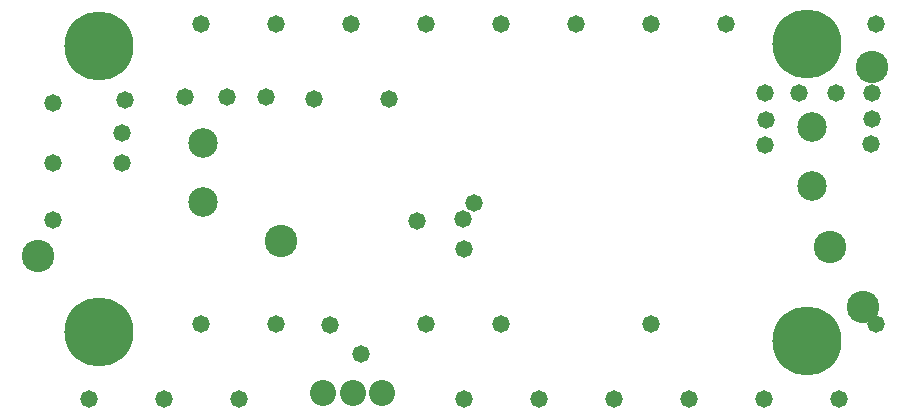
<source format=gbs>
G04*
G04 #@! TF.GenerationSoftware,Altium Limited,Altium Designer,23.5.1 (21)*
G04*
G04 Layer_Color=16711935*
%FSLAX25Y25*%
%MOIN*%
G70*
G04*
G04 #@! TF.SameCoordinates,F2DA617C-CCEF-44E5-B4ED-05EE2DC053E7*
G04*
G04*
G04 #@! TF.FilePolarity,Negative*
G04*
G01*
G75*
%ADD37C,0.08674*%
%ADD38C,0.09855*%
%ADD40C,0.10800*%
%ADD41C,0.05800*%
%ADD61C,0.23032*%
D37*
X104192Y9174D02*
D03*
X114035D02*
D03*
X123877D02*
D03*
D38*
X267000Y97843D02*
D03*
Y78158D02*
D03*
X64000Y73000D02*
D03*
Y92685D02*
D03*
D40*
X9000Y55000D02*
D03*
X90000Y60000D02*
D03*
X287000Y118000D02*
D03*
X273000Y58000D02*
D03*
X284000Y38000D02*
D03*
D41*
X135303Y66711D02*
D03*
X154400Y72758D02*
D03*
X150700Y67357D02*
D03*
X275200Y109200D02*
D03*
X262600D02*
D03*
X287100Y100700D02*
D03*
X286700Y92400D02*
D03*
X251600Y100200D02*
D03*
X251500Y91900D02*
D03*
X286928Y109202D02*
D03*
X251494D02*
D03*
X106400Y32100D02*
D03*
X116700Y22400D02*
D03*
X14000Y106000D02*
D03*
Y86000D02*
D03*
Y67000D02*
D03*
X37000Y86000D02*
D03*
Y96000D02*
D03*
X85000Y108000D02*
D03*
X72000D02*
D03*
X58000D02*
D03*
X38000Y107000D02*
D03*
X288500Y132158D02*
D03*
Y32157D02*
D03*
X276000Y7158D02*
D03*
X251000D02*
D03*
X238500Y132158D02*
D03*
X226000Y7158D02*
D03*
X213500Y132158D02*
D03*
Y32157D02*
D03*
X201000Y7158D02*
D03*
X188500Y132158D02*
D03*
X176000Y7158D02*
D03*
X163500Y132158D02*
D03*
X151000Y57157D02*
D03*
X163500Y32157D02*
D03*
X151000Y7158D02*
D03*
X138500Y132158D02*
D03*
X126000Y107158D02*
D03*
X138500Y32157D02*
D03*
X113500Y132158D02*
D03*
X101000Y107158D02*
D03*
X88500Y132158D02*
D03*
Y32157D02*
D03*
X76000Y7158D02*
D03*
X63500Y132158D02*
D03*
Y32157D02*
D03*
X51000Y7158D02*
D03*
X26000D02*
D03*
D61*
X29528Y29528D02*
D03*
X265472Y125472D02*
D03*
Y26528D02*
D03*
X29252Y124953D02*
D03*
M02*

</source>
